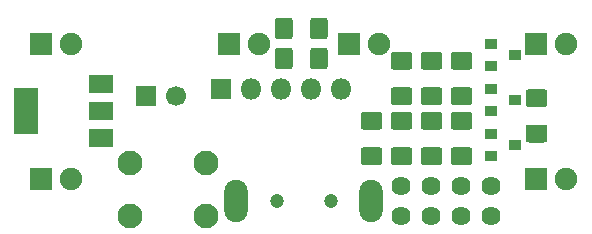
<source format=gbr>
%TF.GenerationSoftware,KiCad,Pcbnew,(5.1.6)-1*%
%TF.CreationDate,2020-05-26T13:10:35+02:00*%
%TF.ProjectId,semaforBoard,73656d61-666f-4724-926f-6172642e6b69,rev?*%
%TF.SameCoordinates,Original*%
%TF.FileFunction,Soldermask,Bot*%
%TF.FilePolarity,Negative*%
%FSLAX46Y46*%
G04 Gerber Fmt 4.6, Leading zero omitted, Abs format (unit mm)*
G04 Created by KiCad (PCBNEW (5.1.6)-1) date 2020-05-26 13:10:35*
%MOMM*%
%LPD*%
G01*
G04 APERTURE LIST*
%ADD10R,1.000000X0.900000*%
%ADD11C,1.200000*%
%ADD12O,2.000000X3.600000*%
%ADD13O,1.800000X1.800000*%
%ADD14R,1.800000X1.800000*%
%ADD15C,1.624000*%
%ADD16R,2.100000X1.600000*%
%ADD17R,2.100000X3.900000*%
%ADD18C,2.100000*%
%ADD19C,1.900000*%
%ADD20R,1.900000X1.900000*%
%ADD21C,1.700000*%
%ADD22R,1.700000X1.700000*%
G04 APERTURE END LIST*
D10*
%TO.C,Q3*%
X160750000Y-88585000D03*
X158750000Y-87635000D03*
X158750000Y-89535000D03*
%TD*%
%TO.C,Q2*%
X160750000Y-96205000D03*
X158750000Y-95255000D03*
X158750000Y-97155000D03*
%TD*%
%TO.C,Q1*%
X160750000Y-92395000D03*
X158750000Y-91445000D03*
X158750000Y-93345000D03*
%TD*%
D11*
%TO.C,J3*%
X140560000Y-100965000D03*
X145160000Y-100965000D03*
D12*
X137160000Y-100965000D03*
X148560000Y-100965000D03*
%TD*%
D13*
%TO.C,J2*%
X146050000Y-91440000D03*
X143510000Y-91440000D03*
X140970000Y-91440000D03*
X138430000Y-91440000D03*
D14*
X135890000Y-91440000D03*
%TD*%
D15*
%TO.C,U1*%
X151130000Y-99695000D03*
X156210000Y-99695000D03*
X158750000Y-102235000D03*
X153670000Y-99695000D03*
X153670000Y-102235000D03*
X156210000Y-102235000D03*
X158750000Y-99695000D03*
X151130000Y-102235000D03*
%TD*%
D16*
%TO.C,U2*%
X125680000Y-91045000D03*
X125680000Y-95645000D03*
X125680000Y-93345000D03*
D17*
X119380000Y-93345000D03*
%TD*%
D18*
%TO.C,SW1*%
X128120000Y-102235000D03*
X128120000Y-97735000D03*
X134620000Y-102235000D03*
X134620000Y-97735000D03*
%TD*%
%TO.C,R9*%
G36*
G01*
X141933000Y-88242544D02*
X141933000Y-89557456D01*
G75*
G02*
X141665456Y-89825000I-267544J0D01*
G01*
X140675544Y-89825000D01*
G75*
G02*
X140408000Y-89557456I0J267544D01*
G01*
X140408000Y-88242544D01*
G75*
G02*
X140675544Y-87975000I267544J0D01*
G01*
X141665456Y-87975000D01*
G75*
G02*
X141933000Y-88242544I0J-267544D01*
G01*
G37*
G36*
G01*
X144908000Y-88242544D02*
X144908000Y-89557456D01*
G75*
G02*
X144640456Y-89825000I-267544J0D01*
G01*
X143650544Y-89825000D01*
G75*
G02*
X143383000Y-89557456I0J267544D01*
G01*
X143383000Y-88242544D01*
G75*
G02*
X143650544Y-87975000I267544J0D01*
G01*
X144640456Y-87975000D01*
G75*
G02*
X144908000Y-88242544I0J-267544D01*
G01*
G37*
%TD*%
%TO.C,R8*%
G36*
G01*
X149247456Y-94942500D02*
X147932544Y-94942500D01*
G75*
G02*
X147665000Y-94674956I0J267544D01*
G01*
X147665000Y-93685044D01*
G75*
G02*
X147932544Y-93417500I267544J0D01*
G01*
X149247456Y-93417500D01*
G75*
G02*
X149515000Y-93685044I0J-267544D01*
G01*
X149515000Y-94674956D01*
G75*
G02*
X149247456Y-94942500I-267544J0D01*
G01*
G37*
G36*
G01*
X149247456Y-97917500D02*
X147932544Y-97917500D01*
G75*
G02*
X147665000Y-97649956I0J267544D01*
G01*
X147665000Y-96660044D01*
G75*
G02*
X147932544Y-96392500I267544J0D01*
G01*
X149247456Y-96392500D01*
G75*
G02*
X149515000Y-96660044I0J-267544D01*
G01*
X149515000Y-97649956D01*
G75*
G02*
X149247456Y-97917500I-267544J0D01*
G01*
G37*
%TD*%
%TO.C,R7*%
G36*
G01*
X154327456Y-89862500D02*
X153012544Y-89862500D01*
G75*
G02*
X152745000Y-89594956I0J267544D01*
G01*
X152745000Y-88605044D01*
G75*
G02*
X153012544Y-88337500I267544J0D01*
G01*
X154327456Y-88337500D01*
G75*
G02*
X154595000Y-88605044I0J-267544D01*
G01*
X154595000Y-89594956D01*
G75*
G02*
X154327456Y-89862500I-267544J0D01*
G01*
G37*
G36*
G01*
X154327456Y-92837500D02*
X153012544Y-92837500D01*
G75*
G02*
X152745000Y-92569956I0J267544D01*
G01*
X152745000Y-91580044D01*
G75*
G02*
X153012544Y-91312500I267544J0D01*
G01*
X154327456Y-91312500D01*
G75*
G02*
X154595000Y-91580044I0J-267544D01*
G01*
X154595000Y-92569956D01*
G75*
G02*
X154327456Y-92837500I-267544J0D01*
G01*
G37*
%TD*%
%TO.C,R6*%
G36*
G01*
X153012544Y-96392500D02*
X154327456Y-96392500D01*
G75*
G02*
X154595000Y-96660044I0J-267544D01*
G01*
X154595000Y-97649956D01*
G75*
G02*
X154327456Y-97917500I-267544J0D01*
G01*
X153012544Y-97917500D01*
G75*
G02*
X152745000Y-97649956I0J267544D01*
G01*
X152745000Y-96660044D01*
G75*
G02*
X153012544Y-96392500I267544J0D01*
G01*
G37*
G36*
G01*
X153012544Y-93417500D02*
X154327456Y-93417500D01*
G75*
G02*
X154595000Y-93685044I0J-267544D01*
G01*
X154595000Y-94674956D01*
G75*
G02*
X154327456Y-94942500I-267544J0D01*
G01*
X153012544Y-94942500D01*
G75*
G02*
X152745000Y-94674956I0J267544D01*
G01*
X152745000Y-93685044D01*
G75*
G02*
X153012544Y-93417500I267544J0D01*
G01*
G37*
%TD*%
%TO.C,R5*%
G36*
G01*
X156867456Y-89862500D02*
X155552544Y-89862500D01*
G75*
G02*
X155285000Y-89594956I0J267544D01*
G01*
X155285000Y-88605044D01*
G75*
G02*
X155552544Y-88337500I267544J0D01*
G01*
X156867456Y-88337500D01*
G75*
G02*
X157135000Y-88605044I0J-267544D01*
G01*
X157135000Y-89594956D01*
G75*
G02*
X156867456Y-89862500I-267544J0D01*
G01*
G37*
G36*
G01*
X156867456Y-92837500D02*
X155552544Y-92837500D01*
G75*
G02*
X155285000Y-92569956I0J267544D01*
G01*
X155285000Y-91580044D01*
G75*
G02*
X155552544Y-91312500I267544J0D01*
G01*
X156867456Y-91312500D01*
G75*
G02*
X157135000Y-91580044I0J-267544D01*
G01*
X157135000Y-92569956D01*
G75*
G02*
X156867456Y-92837500I-267544J0D01*
G01*
G37*
%TD*%
%TO.C,R4*%
G36*
G01*
X151787456Y-94942500D02*
X150472544Y-94942500D01*
G75*
G02*
X150205000Y-94674956I0J267544D01*
G01*
X150205000Y-93685044D01*
G75*
G02*
X150472544Y-93417500I267544J0D01*
G01*
X151787456Y-93417500D01*
G75*
G02*
X152055000Y-93685044I0J-267544D01*
G01*
X152055000Y-94674956D01*
G75*
G02*
X151787456Y-94942500I-267544J0D01*
G01*
G37*
G36*
G01*
X151787456Y-97917500D02*
X150472544Y-97917500D01*
G75*
G02*
X150205000Y-97649956I0J267544D01*
G01*
X150205000Y-96660044D01*
G75*
G02*
X150472544Y-96392500I267544J0D01*
G01*
X151787456Y-96392500D01*
G75*
G02*
X152055000Y-96660044I0J-267544D01*
G01*
X152055000Y-97649956D01*
G75*
G02*
X151787456Y-97917500I-267544J0D01*
G01*
G37*
%TD*%
%TO.C,R3*%
G36*
G01*
X150472544Y-91312500D02*
X151787456Y-91312500D01*
G75*
G02*
X152055000Y-91580044I0J-267544D01*
G01*
X152055000Y-92569956D01*
G75*
G02*
X151787456Y-92837500I-267544J0D01*
G01*
X150472544Y-92837500D01*
G75*
G02*
X150205000Y-92569956I0J267544D01*
G01*
X150205000Y-91580044D01*
G75*
G02*
X150472544Y-91312500I267544J0D01*
G01*
G37*
G36*
G01*
X150472544Y-88337500D02*
X151787456Y-88337500D01*
G75*
G02*
X152055000Y-88605044I0J-267544D01*
G01*
X152055000Y-89594956D01*
G75*
G02*
X151787456Y-89862500I-267544J0D01*
G01*
X150472544Y-89862500D01*
G75*
G02*
X150205000Y-89594956I0J267544D01*
G01*
X150205000Y-88605044D01*
G75*
G02*
X150472544Y-88337500I267544J0D01*
G01*
G37*
%TD*%
%TO.C,R2*%
G36*
G01*
X155552544Y-96392500D02*
X156867456Y-96392500D01*
G75*
G02*
X157135000Y-96660044I0J-267544D01*
G01*
X157135000Y-97649956D01*
G75*
G02*
X156867456Y-97917500I-267544J0D01*
G01*
X155552544Y-97917500D01*
G75*
G02*
X155285000Y-97649956I0J267544D01*
G01*
X155285000Y-96660044D01*
G75*
G02*
X155552544Y-96392500I267544J0D01*
G01*
G37*
G36*
G01*
X155552544Y-93417500D02*
X156867456Y-93417500D01*
G75*
G02*
X157135000Y-93685044I0J-267544D01*
G01*
X157135000Y-94674956D01*
G75*
G02*
X156867456Y-94942500I-267544J0D01*
G01*
X155552544Y-94942500D01*
G75*
G02*
X155285000Y-94674956I0J267544D01*
G01*
X155285000Y-93685044D01*
G75*
G02*
X155552544Y-93417500I267544J0D01*
G01*
G37*
%TD*%
%TO.C,R1*%
G36*
G01*
X161902544Y-94487500D02*
X163217456Y-94487500D01*
G75*
G02*
X163485000Y-94755044I0J-267544D01*
G01*
X163485000Y-95744956D01*
G75*
G02*
X163217456Y-96012500I-267544J0D01*
G01*
X161902544Y-96012500D01*
G75*
G02*
X161635000Y-95744956I0J267544D01*
G01*
X161635000Y-94755044D01*
G75*
G02*
X161902544Y-94487500I267544J0D01*
G01*
G37*
G36*
G01*
X161902544Y-91512500D02*
X163217456Y-91512500D01*
G75*
G02*
X163485000Y-91780044I0J-267544D01*
G01*
X163485000Y-92769956D01*
G75*
G02*
X163217456Y-93037500I-267544J0D01*
G01*
X161902544Y-93037500D01*
G75*
G02*
X161635000Y-92769956I0J267544D01*
G01*
X161635000Y-91780044D01*
G75*
G02*
X161902544Y-91512500I267544J0D01*
G01*
G37*
%TD*%
%TO.C,J1*%
G36*
G01*
X143383000Y-87017456D02*
X143383000Y-85702544D01*
G75*
G02*
X143650544Y-85435000I267544J0D01*
G01*
X144640456Y-85435000D01*
G75*
G02*
X144908000Y-85702544I0J-267544D01*
G01*
X144908000Y-87017456D01*
G75*
G02*
X144640456Y-87285000I-267544J0D01*
G01*
X143650544Y-87285000D01*
G75*
G02*
X143383000Y-87017456I0J267544D01*
G01*
G37*
G36*
G01*
X140408000Y-87017456D02*
X140408000Y-85702544D01*
G75*
G02*
X140675544Y-85435000I267544J0D01*
G01*
X141665456Y-85435000D01*
G75*
G02*
X141933000Y-85702544I0J-267544D01*
G01*
X141933000Y-87017456D01*
G75*
G02*
X141665456Y-87285000I-267544J0D01*
G01*
X140675544Y-87285000D01*
G75*
G02*
X140408000Y-87017456I0J267544D01*
G01*
G37*
%TD*%
D19*
%TO.C,D6*%
X165100000Y-99060000D03*
D20*
X162560000Y-99060000D03*
%TD*%
D19*
%TO.C,D5*%
X165100000Y-87630000D03*
D20*
X162560000Y-87630000D03*
%TD*%
D19*
%TO.C,D4*%
X149225000Y-87630000D03*
D20*
X146685000Y-87630000D03*
%TD*%
D19*
%TO.C,D3*%
X139065000Y-87630000D03*
D20*
X136525000Y-87630000D03*
%TD*%
D19*
%TO.C,D2*%
X123190000Y-99060000D03*
D20*
X120650000Y-99060000D03*
%TD*%
D19*
%TO.C,D1*%
X123190000Y-87630000D03*
D20*
X120650000Y-87630000D03*
%TD*%
D21*
%TO.C,C1*%
X132040000Y-92075000D03*
D22*
X129540000Y-92075000D03*
%TD*%
M02*

</source>
